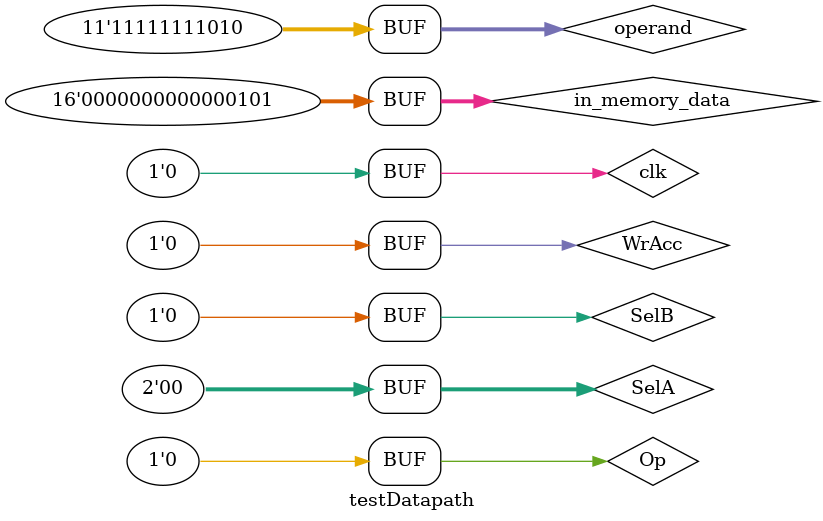
<source format=v>
`timescale 1ns / 1ps

module testDatapath;

	// Inputs
	reg clk;
	reg [1:0] SelA;
	reg SelB;
	reg WrAcc;
	reg Op;
	reg [10:0] operand;
	reg [15:0] in_memory_data;

	// Outputs
	wire [15:0] out_memory_data;
	wire [10:0] data_address;

	// Instantiate the Unit Under Test (UUT)
	Datapath uut (
		.clk(clk), 
		.SelA(SelA), 
		.SelB(SelB), 
		.WrAcc(WrAcc), 
		.Op(Op), 
		.operand(operand), 
		.in_memory_data(in_memory_data), 
		.out_memory_data(out_memory_data),
		.data_address(data_address)
	);

	initial begin
		// Initialize Inputs
		clk = 0;
		SelA = 0;
		SelB = 0;
		WrAcc = 0;
		Op = 0;
		operand = 0;
		in_memory_data = 0;

		// store value 5
		#3;
		in_memory_data = 5;
		SelA = 0;
		SelB = 0;
		WrAcc = 1;
		Op = 0;
		//substract immediate 6
		#2
		operand = -6;
		SelA = 2;
		SelB = 1;
		WrAcc = 1;
		Op = 1;
		//halt
		#2
		SelA = 0;
		SelB = 0;
		WrAcc = 0;
		Op = 0;
        
		// Add stimulus here

	end
	
	always
	begin
		#1; clk = 1;
		#1; clk = 0;
	end
      
endmodule


</source>
